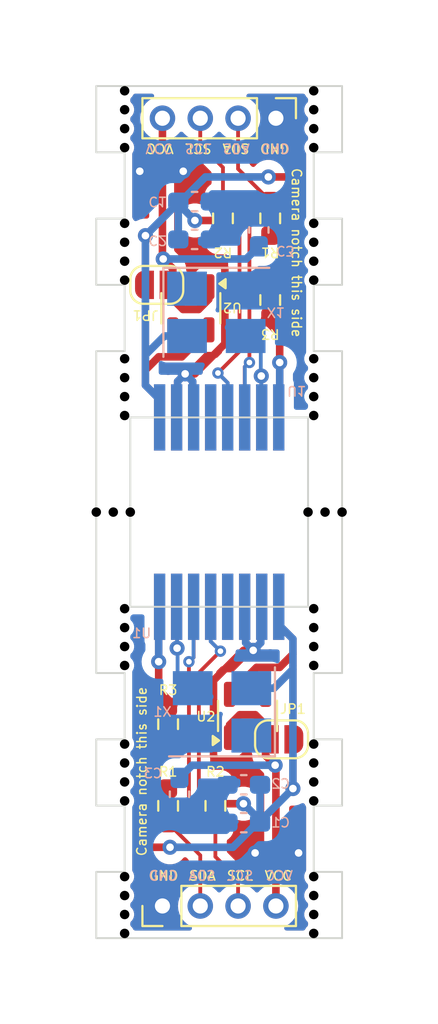
<source format=kicad_pcb>
(kicad_pcb (version 20240108) (generator "pcbnew") (generator_version "8.0")
  (layers (0 "F.Cu" signal) (31 "B.Cu" signal) (34 "B.Paste" user) (35 "F.Paste" user) (36 "B.SilkS" user "B.Silkscreen") (37 "F.SilkS" user "F.Silkscreen") (38 "B.Mask" user) (39 "F.Mask" user) (44 "Edge.Cuts" user))
  (net 0 "")
  (net 1 "Board_0-+3.3V")
  (net 2 "Board_0-/CLK")
  (net 3 "Board_0-/SCL")
  (net 4 "Board_0-/SDA")
  (net 5 "Board_0-GND")
  (net 6 "Board_0-Net-(U1-RESET)")
  (net 7 "Board_0-VCC")
  (net 8 "Board_0-unconnected-(U1-NC-Pad4)")
  (net 9 "Board_0-unconnected-(U1-NC-Pad4)_1")
  (net 10 "Board_0-unconnected-(U2-NC-Pad4)")
  (net 11 "Board_0-unconnected-(X1-~{ST}-Pad1)")
  (net 12 "Board_1-+3.3V")
  (net 13 "Board_1-/CLK")
  (net 14 "Board_1-/SCL")
  (net 15 "Board_1-/SDA")
  (net 16 "Board_1-GND")
  (net 17 "Board_1-Net-(U1-RESET)")
  (net 18 "Board_1-VCC")
  (net 19 "Board_1-unconnected-(U1-NC-Pad4)")
  (net 20 "Board_1-unconnected-(U1-NC-Pad4)_1")
  (net 21 "Board_1-unconnected-(U2-NC-Pad4)")
  (net 22 "Board_1-unconnected-(X1-~{ST}-Pad1)")
  (footprint "PCM_kikit:NPTH" (layer "F.Cu") (at 153.5 21.25 180)
    (property "Reference" "REF**" (hide yes))
    (property "Value" "NPTH" (hide yes))
  )
  (footprint "PCM_kikit:NPTH" (layer "F.Cu") (at 143.5 23.25 180)
    (property "Reference" "REF**" (hide yes))
    (property "Value" "NPTH" (hide yes))
  )
  (footprint "PCM_kikit:NPTH" (layer "F.Cu") (at 143.5 27.25 180)
    (property "Reference" "REF**" (hide yes))
    (property "Value" "NPTH" (hide yes))
  )
  (footprint "Package_TO_SOT_SMD:SOT-23-5" (layer "F.Cu") (at 150 53.2625 90)
    (property "Reference" "U2")
    (property "Value" "AP2112-3.3V")
  )
  (footprint "PCM_kikit:NPTH" (layer "F.Cu") (at 153.5 35.4 180)
    (property "Reference" "REF**" (hide yes))
    (property "Value" "NPTH" (hide yes))
  )
  (footprint "PCM_kikit:NPTH" (layer "F.Cu") (at 143.5 47.6)
    (property "Reference" "REF**" (hide yes))
    (property "Value" "NPTH" (hide yes))
  )
  (footprint "PCM_kikit:NPTH" (layer "F.Cu") (at 153.5 20.25 180)
    (property "Reference" "REF**" (hide yes))
    (property "Value" "NPTH" (hide yes))
  )
  (footprint "PCM_kikit:NPTH" (layer "F.Cu") (at 153.5 64.75)
    (property "Reference" "REF**" (hide yes))
    (property "Value" "NPTH" (hide yes))
  )
  (footprint "PCM_kikit:NPTH" (layer "F.Cu") (at 143.5 49.6)
    (property "Reference" "REF**" (hide yes))
    (property "Value" "NPTH" (hide yes))
  )
  (footprint "PCM_kikit:NPTH" (layer "F.Cu") (at 143.5 54.75)
    (property "Reference" "REF**" (hide yes))
    (property "Value" "NPTH" (hide yes))
  )
  (footprint "PCM_kikit:NPTH" (layer "F.Cu") (at 153.5 56.75)
    (property "Reference" "REF**" (hide yes))
    (property "Value" "NPTH" (hide yes))
  )
  (footprint "PCM_kikit:NPTH" (layer "F.Cu") (at 153.5 37.4 180)
    (property "Reference" "REF**" (hide yes))
    (property "Value" "NPTH" (hide yes))
  )
  (footprint "Resistor_SMD:R_0603_1608Metric_Pad0.98x0.95mm_HandSolder" (layer "F.Cu") (at 151.2 26.9875 90)
    (property "Reference" "R1")
    (property "Value" "2.7K")
  )
  (footprint "PCM_kikit:NPTH" (layer "F.Cu") (at 153.5 22.25 180)
    (property "Reference" "REF**" (hide yes))
    (property "Value" "NPTH" (hide yes))
  )
  (footprint "Resistor_SMD:R_0603_1608Metric_Pad0.98x0.95mm_HandSolder" (layer "F.Cu") (at 148.7 26.9875 -90)
    (property "Reference" "R2")
    (property "Value" "2.7K")
  )
  (footprint "Jumper:SolderJumper-2_P1.3mm_Open_RoundedPad1.0x1.5mm" (layer "F.Cu") (at 145.2 30.5 180)
    (property "Reference" "JP1")
    (property "Value" "SolderJumper_2_Open")
  )
  (footprint "NPTH" (layer "F.Cu") (at 143.8 42.5)
    (property "Reference" "KiKit_MB_1_1" (hide yes))
    (property "Value" "NPTH" (hide yes))
  )
  (footprint "Connector_PinHeader_2.00mm:PinHeader_1x04_P2.00mm_Vertical" (layer "F.Cu") (at 145.5 63.3 90)
    (property "Reference" "J1" (hide yes))
    (property "Value" "Conn_01x04_Pin")
  )
  (footprint "PCM_kikit:NPTH" (layer "F.Cu") (at 153.5 27.25 180)
    (property "Reference" "REF**" (hide yes))
    (property "Value" "NPTH" (hide yes))
  )
  (footprint "PCM_kikit:NPTH" (layer "F.Cu") (at 143.5 62.75)
    (property "Reference" "REF**" (hide yes))
    (property "Value" "NPTH" (hide yes))
  )
  (footprint "PCM_kikit:NPTH" (layer "F.Cu") (at 153.5 23.25 180)
    (property "Reference" "REF**" (hide yes))
    (property "Value" "NPTH" (hide yes))
  )
  (footprint "PCM_kikit:NPTH" (layer "F.Cu") (at 153.5 49.6)
    (property "Reference" "REF**" (hide yes))
    (property "Value" "NPTH" (hide yes))
  )
  (footprint "PCM_kikit:NPTH" (layer "F.Cu") (at 153.5 62.75)
    (property "Reference" "REF**" (hide yes))
    (property "Value" "NPTH" (hide yes))
  )
  (footprint "PCM_kikit:NPTH" (layer "F.Cu") (at 143.5 55.75)
    (property "Reference" "REF**" (hide yes))
    (property "Value" "NPTH" (hide yes))
  )
  (footprint "Jumper:SolderJumper-2_P1.3mm_Open_RoundedPad1.0x1.5mm" (layer "F.Cu") (at 151.8 54.5)
    (property "Reference" "JP1")
    (property "Value" "SolderJumper_2_Open")
  )
  (footprint "PCM_kikit:NPTH" (layer "F.Cu") (at 143.5 34.4 180)
    (property "Reference" "REF**" (hide yes))
    (property "Value" "NPTH" (hide yes))
  )
  (footprint "PCM_kikit:NPTH" (layer "F.Cu") (at 153.5 36.4 180)
    (property "Reference" "REF**" (hide yes))
    (property "Value" "NPTH" (hide yes))
  )
  (footprint "PCM_kikit:NPTH" (layer "F.Cu") (at 153.5 29.25 180)
    (property "Reference" "REF**" (hide yes))
    (property "Value" "NPTH" (hide yes))
  )
  (footprint "PCM_kikit:NPTH" (layer "F.Cu") (at 143.5 30.25 180)
    (property "Reference" "REF**" (hide yes))
    (property "Value" "NPTH" (hide yes))
  )
  (footprint "PCM_kikit:NPTH" (layer "F.Cu") (at 143.5 28.25 180)
    (property "Reference" "REF**" (hide yes))
    (property "Value" "NPTH" (hide yes))
  )
  (footprint "Resistor_SMD:R_0603_1608Metric_Pad0.98x0.95mm_HandSolder" (layer "F.Cu") (at 151.2 31.3 -90)
    (property "Reference" "R3")
    (property "Value" "33K")
  )
  (footprint "PCM_kikit:NPTH" (layer "F.Cu") (at 153.5 28.25 180)
    (property "Reference" "REF**" (hide yes))
    (property "Value" "NPTH" (hide yes))
  )
  (footprint "Connector_PinHeader_2.00mm:PinHeader_1x04_P2.00mm_Vertical" (layer "F.Cu") (at 151.5 21.7 -90)
    (property "Reference" "J1" (hide yes))
    (property "Value" "Conn_01x04_Pin")
  )
  (footprint "PCM_kikit:NPTH" (layer "F.Cu") (at 153.5 34.4 180)
    (property "Reference" "REF**" (hide yes))
    (property "Value" "NPTH" (hide yes))
  )
  (footprint "NPTH" (layer "F.Cu") (at 155 42.5)
    (property "Reference" "KiKit_MB_2_3" (hide yes))
    (property "Value" "NPTH" (hide yes))
  )
  (footprint "PCM_kikit:NPTH" (layer "F.Cu") (at 153.5 47.6)
    (property "Reference" "REF**" (hide yes))
    (property "Value" "NPTH" (hide yes))
  )
  (footprint "PCM_kikit:NPTH" (layer "F.Cu") (at 153.5 54.75)
    (property "Reference" "REF**" (hide yes))
    (property "Value" "NPTH" (hide yes))
  )
  (footprint "Package_TO_SOT_SMD:SOT-23-5" (layer "F.Cu") (at 147 31.7375 -90)
    (property "Reference" "U2")
    (property "Value" "AP2112-3.3V")
  )
  (footprint "PCM_kikit:NPTH" (layer "F.Cu") (at 143.5 48.6)
    (property "Reference" "REF**" (hide yes))
    (property "Value" "NPTH" (hide yes))
  )
  (footprint "PCM_kikit:NPTH" (layer "F.Cu") (at 143.5 50.6)
    (property "Reference" "REF**" (hide yes))
    (property "Value" "NPTH" (hide yes))
  )
  (footprint "PCM_kikit:NPTH" (layer "F.Cu") (at 143.5 37.4 180)
    (property "Reference" "REF**" (hide yes))
    (property "Value" "NPTH" (hide yes))
  )
  (footprint "NPTH" (layer "F.Cu") (at 154.1 42.5)
    (property "Reference" "KiKit_MB_2_2" (hide yes))
    (property "Value" "NPTH" (hide yes))
  )
  (footprint "PCM_kikit:NPTH" (layer "F.Cu") (at 143.5 36.4 180)
    (property "Reference" "REF**" (hide yes))
    (property "Value" "NPTH" (hide yes))
  )
  (footprint "PCM_kikit:NPTH" (layer "F.Cu") (at 143.5 57.75)
    (property "Reference" "REF**" (hide yes))
    (property "Value" "NPTH" (hide yes))
  )
  (footprint "PCM_kikit:NPTH" (layer "F.Cu") (at 143.5 21.25 180)
    (property "Reference" "REF**" (hide yes))
    (property "Value" "NPTH" (hide yes))
  )
  (footprint "PCM_kikit:NPTH" (layer "F.Cu") (at 143.5 35.4 180)
    (property "Reference" "REF**" (hide yes))
    (property "Value" "NPTH" (hide yes))
  )
  (footprint "PCM_kikit:NPTH" (layer "F.Cu") (at 143.5 64.75)
    (property "Reference" "REF**" (hide yes))
    (property "Value" "NPTH" (hide yes))
  )
  (footprint "NPTH" (layer "F.Cu") (at 142.9 42.5)
    (property "Reference" "KiKit_MB_1_2" (hide yes))
    (property "Value" "NPTH" (hide yes))
  )
  (footprint "NPTH" (layer "F.Cu") (at 153.2 42.5)
    (property "Reference" "KiKit_MB_2_1" (hide yes))
    (property "Value" "NPTH" (hide yes))
  )
  (footprint "NPTH" (layer "F.Cu") (at 142 42.5)
    (property "Reference" "KiKit_MB_1_3" (hide yes))
    (property "Value" "NPTH" (hide yes))
  )
  (footprint "PCM_kikit:NPTH" (layer "F.Cu") (at 153.5 30.25 180)
    (property "Reference" "REF**" (hide yes))
    (property "Value" "NPTH" (hide yes))
  )
  (footprint "PCM_kikit:NPTH" (layer "F.Cu") (at 153.5 57.75)
    (property "Reference" "REF**" (hide yes))
    (property "Value" "NPTH" (hide yes))
  )
  (footprint "PCM_kikit:NPTH" (layer "F.Cu") (at 143.5 20.25 180)
    (property "Reference" "REF**" (hide yes))
    (property "Value" "NPTH" (hide yes))
  )
  (footprint "PCM_kikit:NPTH" (layer "F.Cu") (at 153.5 50.6)
    (property "Reference" "REF**" (hide yes))
    (property "Value" "NPTH" (hide yes))
  )
  (footprint "PCM_kikit:NPTH" (layer "F.Cu") (at 143.5 63.75)
    (property "Reference" "REF**" (hide yes))
    (property "Value" "NPTH" (hide yes))
  )
  (footprint "PCM_kikit:NPTH" (layer "F.Cu") (at 143.5 29.25 180)
    (property "Reference" "REF**" (hide yes))
    (property "Value" "NPTH" (hide yes))
  )
  (footprint "PCM_kikit:NPTH" (layer "F.Cu") (at 143.5 22.25 180)
    (property "Reference" "REF**" (hide yes))
    (property "Value" "NPTH" (hide yes))
  )
  (footprint "PCM_kikit:NPTH" (layer "F.Cu") (at 153.5 48.6)
    (property "Reference" "REF**" (hide yes))
    (property "Value" "NPTH" (hide yes))
  )
  (footprint "PCM_kikit:NPTH" (layer "F.Cu") (at 153.5 63.75)
    (property "Reference" "REF**" (hide yes))
    (property "Value" "NPTH" (hide yes))
  )
  (footprint "PCM_kikit:NPTH" (layer "F.Cu") (at 153.5 55.75)
    (property "Reference" "REF**" (hide yes))
    (property "Value" "NPTH" (hide yes))
  )
  (footprint "Resistor_SMD:R_0603_1608Metric_Pad0.98x0.95mm_HandSolder" (layer "F.Cu") (at 145.8 58.0125 -90)
    (property "Reference" "R1")
    (property "Value" "2.7K")
  )
  (footprint "PCM_kikit:NPTH" (layer "F.Cu") (at 153.5 61.75)
    (property "Reference" "REF**" (hide yes))
    (property "Value" "NPTH" (hide yes))
  )
  (footprint "PCM_kikit:NPTH" (layer "F.Cu") (at 143.5 61.75)
    (property "Reference" "REF**" (hide yes))
    (property "Value" "NPTH" (hide yes))
  )
  (footprint "PCM_kikit:NPTH" (layer "F.Cu") (at 143.5 56.75)
    (property "Reference" "REF**" (hide yes))
    (property "Value" "NPTH" (hide yes))
  )
  (footprint "Resistor_SMD:R_0603_1608Metric_Pad0.98x0.95mm_HandSolder" (layer "F.Cu") (at 148.3 58.0125 90)
    (property "Reference" "R2")
    (property "Value" "2.7K")
  )
  (footprint "Resistor_SMD:R_0603_1608Metric_Pad0.98x0.95mm_HandSolder" (layer "F.Cu") (at 145.8 53.7 90)
    (property "Reference" "R3")
    (property "Value" "33K")
  )
  (footprint "GUN4IR:wiimote-pixart-camera-inline_slim_nocuts" (layer "B.Cu") (at 148.5 40)
    (property "Reference" "U1")
    (property "Value" "~")
  )
  (footprint "Capacitor_SMD:C_0603_1608Metric_Pad1.08x0.95mm_HandSolder" (layer "B.Cu") (at 147.2 26.1)
    (property "Reference" "C1")
    (property "Value" "0.1uF")
  )
  (footprint "Capacitor_SMD:C_0603_1608Metric_Pad1.08x0.95mm_HandSolder" (layer "B.Cu") (at 150.6 27.6 90)
    (property "Reference" "C3")
    (property "Value" "1uF")
  )
  (footprint "Oscillator:Oscillator_SMD_SeikoEpson_SG8002CE-4Pin_3.2x2.5mm_HandSoldering" (layer "B.Cu") (at 148.35 31.95)
    (property "Reference" "X1")
    (property "Value" "SG3225CAN 24.0000M-TJGA3")
  )
  (footprint "Capacitor_SMD:C_0603_1608Metric_Pad1.08x0.95mm_HandSolder" (layer "B.Cu") (at 149.8 58.9 180)
    (property "Reference" "C1")
    (property "Value" "0.1uF")
  )
  (footprint "Capacitor_SMD:C_0603_1608Metric_Pad1.08x0.95mm_HandSolder" (layer "B.Cu") (at 149.8 56.9 180)
    (property "Reference" "C2")
    (property "Value" "1uF")
  )
  (footprint "GUN4IR:wiimote-pixart-camera-inline_slim_nocuts" (layer "B.Cu") (at 148.5 45 180)
    (property "Reference" "U1")
    (property "Value" "~")
  )
  (footprint "Capacitor_SMD:C_0603_1608Metric_Pad1.08x0.95mm_HandSolder" (layer "B.Cu") (at 146.4 57.4 -90)
    (property "Reference" "C3")
    (property "Value" "1uF")
  )
  (footprint "Capacitor_SMD:C_0603_1608Metric_Pad1.08x0.95mm_HandSolder" (layer "B.Cu") (at 147.2 28.1)
    (property "Reference" "C2")
    (property "Value" "1uF")
  )
  (footprint "Oscillator:Oscillator_SMD_SeikoEpson_SG8002CE-4Pin_3.2x2.5mm_HandSoldering" (layer "B.Cu") (at 148.65 53.05 180)
    (property "Reference" "X1")
    (property "Value" "SG3225CAN 24.0000M-TJGA3")
  )
  (gr_line (start 142 51) (end 143.5 51) (stroke (width 0.1)) (layer "Edge.Cuts"))
  (gr_line (start 155 42.4995) (end 155 34) (stroke (width 0.1)) (layer "Edge.Cuts"))
  (gr_line (start 142 58) (end 143.5 58) (stroke (width 0.1)) (layer "Edge.Cuts"))
  (gr_line (start 143.8 42.5015) (end 143.8 42.5) (stroke (width 0.1)) (layer "Edge.Cuts"))
  (gr_line (start 143.5 51) (end 143.5 54.5) (stroke (width 0.1)) (layer "Edge.Cuts"))
  (gr_line (start 142 61.5) (end 142 65) (stroke (width 0.1)) (layer "Edge.Cuts"))
  (gr_line (start 153.2 37.5) (end 153.2 42.4995) (stroke (width 0.1)) (layer "Edge.Cuts"))
  (gr_line (start 153.5 54.5) (end 153.5 51) (stroke (width 0.1)) (layer "Edge.Cuts"))
  (gr_line (start 143.5 23.5) (end 143.5 27) (stroke (width 0.1)) (layer "Edge.Cuts"))
  (gr_line (start 143.5 27) (end 142 27) (stroke (width 0.1)) (layer "Edge.Cuts"))
  (gr_line (start 155 65) (end 155 61.5) (stroke (width 0.1)) (layer "Edge.Cuts"))
  (gr_line (start 142 65) (end 155 65) (stroke (width 0.1)) (layer "Edge.Cuts"))
  (gr_line (start 153.5 27) (end 153.5 23.5) (stroke (width 0.1)) (layer "Edge.Cuts"))
  (gr_line (start 143.5 61.5) (end 142 61.5) (stroke (width 0.1)) (layer "Edge.Cuts"))
  (gr_line (start 155 51) (end 155 42.501) (stroke (width 0.1)) (layer "Edge.Cuts"))
  (gr_line (start 155 58) (end 155 54.5) (stroke (width 0.1)) (layer "Edge.Cuts"))
  (gr_line (start 153.5 23.5) (end 155 23.5) (stroke (width 0.1)) (layer "Edge.Cuts"))
  (gr_line (start 142 23.5) (end 143.5 23.5) (stroke (width 0.1)) (layer "Edge.Cuts"))
  (gr_line (start 155 23.5) (end 155 20) (stroke (width 0.1)) (layer "Edge.Cuts"))
  (gr_line (start 155 20) (end 142 20) (stroke (width 0.1)) (layer "Edge.Cuts"))
  (gr_line (start 143.5 34) (end 142 34) (stroke (width 0.1)) (layer "Edge.Cuts"))
  (gr_line (start 143.5 30.5) (end 143.5 34) (stroke (width 0.1)) (layer "Edge.Cuts"))
  (gr_line (start 142 42.5015) (end 142 51) (stroke (width 0.1)) (layer "Edge.Cuts"))
  (gr_line (start 143.5 54.5) (end 142 54.5) (stroke (width 0.1)) (layer "Edge.Cuts"))
  (gr_line (start 155 27) (end 153.5 27) (stroke (width 0.1)) (layer "Edge.Cuts"))
  (gr_line (start 155 30.5) (end 155 27) (stroke (width 0.1)) (layer "Edge.Cuts"))
  (gr_line (start 155 54.5) (end 153.5 54.5) (stroke (width 0.1)) (layer "Edge.Cuts"))
  (gr_line (start 142 20) (end 142 23.5) (stroke (width 0.1)) (layer "Edge.Cuts"))
  (gr_line (start 143.8 42.499) (end 143.8 37.5) (stroke (width 0.1)) (layer "Edge.Cuts"))
  (gr_line (start 142 42.5) (end 142 42.5015) (stroke (width 0.1)) (layer "Edge.Cuts"))
  (gr_line (start 153.5 34) (end 153.5 30.5) (stroke (width 0.1)) (layer "Edge.Cuts"))
  (gr_line (start 143.8 47.5) (end 143.8 42.5015) (stroke (width 0.1)) (layer "Edge.Cuts"))
  (gr_line (start 155 34) (end 153.5 34) (stroke (width 0.1)) (layer "Edge.Cuts"))
  (gr_line (start 142 34) (end 142 42.499) (stroke (width 0.1)) (layer "Edge.Cuts"))
  (gr_line (start 142 27) (end 142 30.5) (stroke (width 0.1)) (layer "Edge.Cuts"))
  (gr_line (start 153.5 61.5) (end 153.5 58) (stroke (width 0.1)) (layer "Edge.Cuts"))
  (gr_line (start 143.5 58) (end 143.5 61.5) (stroke (width 0.1)) (layer "Edge.Cuts"))
  (gr_line (start 143.8 37.5) (end 153.2 37.5) (stroke (width 0.1)) (layer "Edge.Cuts"))
  (gr_line (start 155 61.5) (end 153.5 61.5) (stroke (width 0.1)) (layer "Edge.Cuts"))
  (gr_line (start 153.5 30.5) (end 155 30.5) (stroke (width 0.1)) (layer "Edge.Cuts"))
  (gr_line (start 142 54.5) (end 142 58) (stroke (width 0.1)) (layer "Edge.Cuts"))
  (gr_line (start 153.5 58) (end 155 58) (stroke (width 0.1)) (layer "Edge.Cuts"))
  (gr_line (start 153.5 51) (end 155 51) (stroke (width 0.1)) (layer "Edge.Cuts"))
  (gr_line (start 153.2 42.501) (end 153.2 47.5) (stroke (width 0.1)) (layer "Edge.Cuts"))
  (gr_line (start 142 30.5) (end 143.5 30.5) (stroke (width 0.1)) (layer "Edge.Cuts"))
  (gr_line (start 153.2 47.5) (end 143.8 47.5) (stroke (width 0.1)) (layer "Edge.Cuts"))
  (gr_text "GND" (at 150.654762 23 180) (layer "B.SilkS") (effects (font (size 0.5 0.5) (thickness 0.08)) (justify left bottom mirror)))
  (gr_text "GND" (at 146.345238 62 0) (layer "B.SilkS") (effects (font (size 0.5 0.5) (thickness 0.08)) (justify left bottom mirror)))
  (gr_text "SDA" (at 148.654762 23 180) (layer "B.SilkS") (effects (font (size 0.5 0.5) (thickness 0.08)) (justify left bottom mirror)))
  (gr_text "SCL" (at 150.345238 62 0) (layer "B.SilkS") (effects (font (size 0.5 0.5) (thickness 0.08)) (justify left bottom mirror)))
  (gr_text "SDA" (at 148.345238 62 0) (layer "B.SilkS") (effects (font (size 0.5 0.5) (thickness 0.08)) (justify left bottom mirror)))
  (gr_text "VCC" (at 152.445238 62 0) (layer "B.SilkS") (effects (font (size 0.5 0.5) (thickness 0.08)) (justify left bottom mirror)))
  (gr_text "SCL" (at 146.654762 23 180) (layer "B.SilkS") (effects (font (size 0.5 0.5) (thickness 0.08)) (justify left bottom mirror)))
  (gr_text "VCC" (at 144.554762 23 180) (layer "B.SilkS") (effects (font (size 0.5 0.5) (thickness 0.08)) (justify left bottom mirror)))
  (gr_text "SDA" (at 146.858096 62 0) (layer "F.SilkS") (effects (font (size 0.5 0.5) (thickness 0.08)) (justify left bottom)))
  (gr_text "VCC" (at 150.858096 62 0) (layer "F.SilkS") (effects (font (size 0.5 0.5) (thickness 0.08)) (justify left bottom)))
  (gr_text "GND" (at 152.241904 23 180) (layer "F.SilkS") (effects (font (size 0.5 0.5) (thickness 0.08)) (justify left bottom)))
  (gr_text "GND" (at 144.758096 62 0) (layer "F.SilkS") (effects (font (size 0.5 0.5) (thickness 0.08)) (justify left bottom)))
  (gr_text "VCC" (at 146.141904 23 180) (layer "F.SilkS") (effects (font (size 0.5 0.5) (thickness 0.08)) (justify left bottom)))
  (gr_text "Camera notch this side" (at 152.3 28.8 -90) (layer "F.SilkS") (effects (font (size 0.5 0.5) (thickness 0.08)) (justify bottom)))
  (gr_text "SCL" (at 148.141904 23 180) (layer "F.SilkS") (effects (font (size 0.5 0.5) (thickness 0.08)) (justify left bottom)))
  (gr_text "Camera notch this side" (at 144.7 56.2 90) (layer "F.SilkS") (effects (font (size 0.5 0.5) (thickness 0.08)) (justify bottom)))
  (gr_text "SCL" (at 148.858096 62 0) (layer "F.SilkS") (effects (font (size 0.5 0.5) (thickness 0.08)) (justify left bottom)))
  (gr_text "SDA" (at 150.141904 23 180) (layer "F.SilkS") (effects (font (size 0.5 0.5) (thickness 0.08)) (justify left bottom)))
  (segment (start 144.6 27.9) (end 144.6 35) (width 0.4) (layer "F.Cu") (net 1))
  (segment (start 144.6 35) (end 144.6 35.1) (width 0.4) (layer "F.Cu") (net 1))
  (segment (start 152.6 25.2) (end 152.2 24.8) (width 0.4) (layer "F.Cu") (net 1))
  (segment (start 152.6 28.9) (end 152.6 27) (width 0.4) (layer "F.Cu") (net 1))
  (segment (start 147.95 32.875) (end 146.525 34.3) (width 0.4) (layer "F.Cu") (net 1))
  (segment (start 148.7 27.4) (end 148.4 27.1) (width 0.4) (layer "F.Cu") (net 1))
  (segment (start 151.2 27.9) (end 151.7 27.9) (width 0.4) (layer "F.Cu") (net 1))
  (segment (start 146.525 34.3) (end 145.3 34.3) (width 0.4) (layer "F.Cu") (net 1))
  (segment (start 152.6 25.2) (end 152.6 27) (width 0.4) (layer "F.Cu") (net 1))
  (segment (start 148.4 27.1) (end 147.216207 27.1) (width 0.4) (layer "F.Cu") (net 1))
  (segment (start 147.216207 27.1) (end 147.216206 27.100001) (width 0.4) (layer "F.Cu") (net 1))
  (segment (start 151.7 27.9) (end 152.6 27) (width 0.4) (layer "F.Cu") (net 1))
  (segment (start 148.7 27.9) (end 148.7 27.4) (width 0.4) (layer "F.Cu") (net 1))
  (segment (start 152.6 28.9) (end 151.2 30.3) (width 0.4) (layer "F.Cu") (net 1))
  (segment (start 144.6 35.8) (end 145.35 36.55) (width 0.4) (layer "F.Cu") (net 1))
  (segment (start 145.3 34.3) (end 144.6 35) (width 0.4) (layer "F.Cu") (net 1))
  (segment (start 144.6 35.1) (end 144.6 35.8) (width 0.4) (layer "F.Cu") (net 1))
  (segment (start 152.2 24.8) (end 151.1 24.8) (width 0.4) (layer "F.Cu") (net 1))
  (via (at 151.1 24.8) (size 0.8) (drill 0.4) (layers "F.Cu" "B.Cu") (net 1))
  (via (at 147.216206 27.100001) (size 0.8) (drill 0.4) (layers "F.Cu" "B.Cu") (net 1))
  (via (at 144.6 27.9) (size 0.8) (drill 0.4) (layers "F.Cu" "B.Cu") (net 1))
  (segment (start 144.6 34.4) (end 144.6 35.8) (width 0.4) (layer "B.Cu") (net 1))
  (segment (start 146.8 33.2) (end 145.6 33.2) (width 0.4) (layer "B.Cu") (net 1))
  (segment (start 146.3375 28.1) (end 146.3375 26.6) (width 0.4) (layer "B.Cu") (net 1))
  (segment (start 146.3375 26.235293) (end 146.3375 26.6) (width 0.4) (layer "B.Cu") (net 1))
  (segment (start 151.1 24.8) (end 147.772793 24.8) (width 0.4) (layer "B.Cu") (net 1))
  (segment (start 146.3375 26.1625) (end 144.6 27.9) (width 0.4) (layer "B.Cu") (net 1))
  (segment (start 144.6 35.8) (end 145.35 36.55) (width 0.4) (layer "B.Cu") (net 1))
  (segment (start 145.6 33.2) (end 144.6 34.2) (width 0.4) (layer "B.Cu") (net 1))
  (segment (start 147.772793 24.8) (end 146.472793 26.1) (width 0.4) (layer "B.Cu") (net 1))
  (segment (start 146.3375 26.221295) (end 147.216206 27.100001) (width 0.4) (layer "B.Cu") (net 1))
  (segment (start 144.6 34.2) (end 144.6 34.4) (width 0.4) (layer "B.Cu") (net 1))
  (segment (start 144.6 27.9) (end 144.6 34.2) (width 0.4) (layer "B.Cu") (net 1))
  (segment (start 150.726099 35.31305) (end 150.726099 37) (width 0.2) (layer "F.Cu") (net 2))
  (via (at 150.726099 35.31305) (size 0.8) (drill 0.4) (layers "F.Cu" "B.Cu") (net 2))
  (segment (start 149 32.75) (end 149.15 32.75) (width 0.4) (layer "B.Cu") (net 2))
  (segment (start 150.7 34) (end 150.7 35.286951) (width 0.2) (layer "B.Cu") (net 2))
  (segment (start 150.7 35.286951) (end 150.726099 35.31305) (width 0.2) (layer "B.Cu") (net 2))
  (segment (start 149.25 32.75) (end 149 32.75) (width 0.4) (layer "B.Cu") (net 2))
  (segment (start 150.726099 35.31305) (end 150.726099 36.976099) (width 0.2) (layer "B.Cu") (net 2))
  (segment (start 147.5 23.1) (end 147.5 21.7) (width 0.2) (layer "F.Cu") (net 3))
  (segment (start 148.434853 35.156029) (end 148.95 35.671176) (width 0.2) (layer "F.Cu") (net 3))
  (segment (start 148.95 35.671176) (end 148.95 37) (width 0.2) (layer "F.Cu") (net 3))
  (segment (start 149.575 27.275) (end 148.7 26.4) (width 0.2) (layer "F.Cu") (net 3))
  (segment (start 148.7 24.3) (end 148.7 26.075) (width 0.2) (layer "F.Cu") (net 3))
  (segment (start 149.575 34.015882) (end 148.434853 35.156029) (width 0.2) (layer "F.Cu") (net 3))
  (segment (start 147.5 23.1) (end 148.7 24.3) (width 0.2) (layer "F.Cu") (net 3))
  (segment (start 149.575 27.275) (end 149.575 34.015882) (width 0.2) (layer "F.Cu") (net 3))
  (via (at 148.434853 35.156029) (size 0.6) (drill 0.3) (layers "F.Cu" "B.Cu") (net 3))
  (segment (start 148.95 35.671176) (end 148.95 37) (width 0.2) (layer "B.Cu") (net 3))
  (segment (start 148.434853 35.156029) (end 148.95 35.671176) (width 0.2) (layer "B.Cu") (net 3))
  (segment (start 150.1 27.175) (end 150.1 34.575488) (width 0.2) (layer "F.Cu") (net 4))
  (segment (start 149.5 24.375) (end 151.2 26.075) (width 0.2) (layer "F.Cu") (net 4))
  (segment (start 149.85 37) (end 149.85 34.825488) (width 0.2) (layer "F.Cu") (net 4))
  (segment (start 150.075486 34.600002) (end 150.1 34.600002) (width 0.2) (layer "F.Cu") (net 4))
  (segment (start 149.5 24.375) (end 149.5 21.7) (width 0.2) (layer "F.Cu") (net 4))
  (segment (start 149.85 34.825488) (end 150.075486 34.600002) (width 0.2) (layer "F.Cu") (net 4))
  (segment (start 151.2 26.075) (end 150.1 27.175) (width 0.2) (layer "F.Cu") (net 4))
  (via (at 150.1 34.600002) (size 0.6) (drill 0.3) (layers "F.Cu" "B.Cu") (net 4))
  (segment (start 149.856895 34.818593) (end 149.856895 37) (width 0.2) (layer "B.Cu") (net 4))
  (segment (start 146.316206 24.983794) (end 146.316206 28.616206) (width 0.4) (layer "F.Cu") (net 5))
  (segment (start 147 29.8) (end 147 30.6) (width 0.4) (layer "F.Cu") (net 5))
  (segment (start 147.1 35.6) (end 147.1 36) (width 0.4) (layer "F.Cu") (net 5))
  (segment (start 146.7 35.2) (end 147.1 35.6) (width 0.4) (layer "F.Cu") (net 5))
  (segment (start 147.4 29.4) (end 147 29.8) (width 0.4) (layer "F.Cu") (net 5))
  (segment (start 146.7 35.2) (end 147.210894 35.2) (width 0.4) (layer "F.Cu") (net 5))
  (segment (start 148.8 29.6) (end 148.6 29.4) (width 0.4) (layer "F.Cu") (net 5))
  (segment (start 146.5 24.8) (end 146.316206 24.983794) (width 0.4) (layer "F.Cu") (net 5))
  (segment (start 146.316206 28.616206) (end 147 29.3) (width 0.4) (layer "F.Cu") (net 5))
  (segment (start 147.210894 35.2) (end 148.8 33.610894) (width 0.4) (layer "F.Cu") (net 5))
  (segment (start 147 29.3) (end 147 30.6) (width 0.4) (layer "F.Cu") (net 5))
  (segment (start 148.6 29.4) (end 147.4 29.4) (width 0.4) (layer "F.Cu") (net 5))
  (segment (start 146.7 35.2) (end 146.3 35.6) (width 0.4) (layer "F.Cu") (net 5))
  (segment (start 146.3 35.6) (end 146.3 36) (width 0.4) (layer "F.Cu") (net 5))
  (segment (start 148.8 33.610894) (end 148.8 29.6) (width 0.4) (layer "F.Cu") (net 5))
  (via (at 146.7 35.2) (size 0.8) (drill 0.4) (layers "F.Cu" "B.Cu") (net 5))
  (via (at 144.3 24.5) (size 0.8) (drill 0.4) (layers "F.Cu" "B.Cu") (net 5))
  (via (at 146.6 24.5) (size 0.8) (drill 0.4) (layers "F.Cu" "B.Cu") (net 5))
  (segment (start 146.3 35.6) (end 146.3 36) (width 0.4) (layer "B.Cu") (net 5))
  (segment (start 147.1 35.6) (end 147.1 36) (width 0.4) (layer "B.Cu") (net 5))
  (segment (start 146.7 35.2) (end 146.3 35.6) (width 0.4) (layer "B.Cu") (net 5))
  (segment (start 146.7 35.2) (end 147.1 35.6) (width 0.4) (layer "B.Cu") (net 5))
  (segment (start 151.65 33.05) (end 151.7 33.1) (width 0.4) (layer "F.Cu") (net 6))
  (segment (start 151.7 33.1) (end 151.7 34.6) (width 0.4) (layer "F.Cu") (net 6))
  (segment (start 150.9 32.3) (end 151.65 33.05) (width 0.4) (layer "F.Cu") (net 6))
  (segment (start 151.7 34.6) (end 151.7 36.9) (width 0.4) (layer "F.Cu") (net 6))
  (via (at 151.7 34.6) (size 0.8) (drill 0.4) (layers "F.Cu" "B.Cu") (net 6))
  (segment (start 151.7 34.6) (end 151.7 36.9) (width 0.4) (layer "B.Cu") (net 6))
  (segment (start 145.539633 29.132359) (end 145.5 29.092726) (width 0.4) (layer "F.Cu") (net 7))
  (segment (start 146.05 31.262499) (end 146.587501 31.8) (width 0.4) (layer "F.Cu") (net 7))
  (segment (start 146.05 30.6) (end 146.05 29.642726) (width 0.4) (layer "F.Cu") (net 7))
  (segment (start 146.05 30.6) (end 146.05 31.262499) (width 0.4) (layer "F.Cu") (net 7))
  (segment (start 147.412499 31.8) (end 147.95 31.262499) (width 0.4) (layer "F.Cu") (net 7))
  (segment (start 145.5 29.092726) (end 145.5 21.7) (width 0.4) (layer "F.Cu") (net 7))
  (segment (start 147.95 31.262499) (end 147.95 30.6) (width 0.4) (layer "F.Cu") (net 7))
  (segment (start 146.05 29.642726) (end 145.539633 29.132359) (width 0.4) (layer "F.Cu") (net 7))
  (segment (start 146.587501 31.8) (end 147.412499 31.8) (width 0.4) (layer "F.Cu") (net 7))
  (via (at 145.539633 29.132359) (size 0.8) (drill 0.4) (layers "F.Cu" "B.Cu") (net 7))
  (segment (start 145.539633 29.132359) (end 149.930141 29.132359) (width 0.4) (layer "B.Cu") (net 7))
  (segment (start 149.930141 29.132359) (end 150.6 28.4625) (width 0.4) (layer "B.Cu") (net 7))
  (segment (start 145.8 57.1) (end 145.3 57.1) (width 0.4) (layer "F.Cu") (net 12))
  (segment (start 148.3 57.1) (end 148.3 57.6) (width 0.4) (layer "F.Cu") (net 12))
  (segment (start 145.3 57.1) (end 144.4 58) (width 0.4) (layer "F.Cu") (net 12))
  (segment (start 152.4 49.2) (end 151.65 48.45) (width 0.4) (layer "F.Cu") (net 12))
  (segment (start 152.4 50) (end 152.4 49.9) (width 0.4) (layer "F.Cu") (net 12))
  (segment (start 148.3 57.6) (end 148.6 57.9) (width 0.4) (layer "F.Cu") (net 12))
  (segment (start 149.05 52.125) (end 150.475 50.7) (width 0.4) (layer "F.Cu") (net 12))
  (segment (start 144.4 56.1) (end 144.4 58) (width 0.4) (layer "F.Cu") (net 12))
  (segment (start 150.475 50.7) (end 151.7 50.7) (width 0.4) (layer "F.Cu") (net 12))
  (segment (start 149.783793 57.9) (end 149.783794 57.899999) (width 0.4) (layer "F.Cu") (net 12))
  (segment (start 152.4 57.1) (end 152.4 50) (width 0.4) (layer "F.Cu") (net 12))
  (segment (start 152.4 49.9) (end 152.4 49.2) (width 0.4) (layer "F.Cu") (net 12))
  (segment (start 144.4 56.1) (end 145.8 54.7) (width 0.4) (layer "F.Cu") (net 12))
  (segment (start 144.8 60.2) (end 145.9 60.2) (width 0.4) (layer "F.Cu") (net 12))
  (segment (start 151.7 50.7) (end 152.4 50) (width 0.4) (layer "F.Cu") (net 12))
  (segment (start 144.4 59.8) (end 144.8 60.2) (width 0.4) (layer "F.Cu") (net 12))
  (segment (start 148.6 57.9) (end 149.783793 57.9) (width 0.4) (layer "F.Cu") (net 12))
  (segment (start 144.4 59.8) (end 144.4 58) (width 0.4) (layer "F.Cu") (net 12))
  (via (at 149.783794 57.899999) (size 0.8) (drill 0.4) (layers "F.Cu" "B.Cu") (net 12))
  (via (at 152.4 57.1) (size 0.8) (drill 0.4) (layers "F.Cu" "B.Cu") (net 12))
  (via (at 145.9 60.2) (size 0.8) (drill 0.4) (layers "F.Cu" "B.Cu") (net 12))
  (segment (start 152.4 50.8) (end 152.4 50.6) (width 0.4) (layer "B.Cu") (net 12))
  (segment (start 152.4 49.2) (end 151.65 48.45) (width 0.4) (layer "B.Cu") (net 12))
  (segment (start 151.4 51.8) (end 152.4 50.8) (width 0.4) (layer "B.Cu") (net 12))
  (segment (start 152.4 57.1) (end 152.4 50.8) (width 0.4) (layer "B.Cu") (net 12))
  (segment (start 150.2 51.8) (end 151.4 51.8) (width 0.4) (layer "B.Cu") (net 12))
  (segment (start 145.9 60.2) (end 149.227207 60.2) (width 0.4) (layer "B.Cu") (net 12))
  (segment (start 150.6625 56.9) (end 150.6625 58.4) (width 0.4) (layer "B.Cu") (net 12))
  (segment (start 150.6625 58.764707) (end 150.6625 58.4) (width 0.4) (layer "B.Cu") (net 12))
  (segment (start 150.6625 58.778705) (end 149.783794 57.899999) (width 0.4) (layer "B.Cu") (net 12))
  (segment (start 149.227207 60.2) (end 150.527207 58.9) (width 0.4) (layer "B.Cu") (net 12))
  (segment (start 150.6625 58.8375) (end 152.4 57.1) (width 0.4) (layer "B.Cu") (net 12))
  (segment (start 152.4 50.6) (end 152.4 49.2) (width 0.4) (layer "B.Cu") (net 12))
  (segment (start 146.273901 49.68695) (end 146.273901 48) (width 0.2) (layer "F.Cu") (net 13))
  (via (at 146.273901 49.68695) (size 0.8) (drill 0.4) (layers "F.Cu" "B.Cu") (net 13))
  (segment (start 147.75 52.25) (end 148 52.25) (width 0.4) (layer "B.Cu") (net 13))
  (segment (start 148 52.25) (end 147.85 52.25) (width 0.4) (layer "B.Cu") (net 13))
  (segment (start 146.3 49.713049) (end 146.273901 49.68695) (width 0.2) (layer "B.Cu") (net 13))
  (segment (start 146.3 51) (end 146.3 49.713049) (width 0.2) (layer "B.Cu") (net 13))
  (segment (start 146.273901 49.68695) (end 146.273901 48.023901) (width 0.2) (layer "B.Cu") (net 13))
  (segment (start 149.5 61.9) (end 149.5 63.3) (width 0.2) (layer "F.Cu") (net 14))
  (segment (start 147.425 57.725) (end 148.3 58.6) (width 0.2) (layer "F.Cu") (net 14))
  (segment (start 148.3 60.7) (end 148.3 58.925) (width 0.2) (layer "F.Cu") (net 14))
  (segment (start 148.05 49.328824) (end 148.05 48) (width 0.2) (layer "F.Cu") (net 14))
  (segment (start 149.5 61.9) (end 148.3 60.7) (width 0.2) (layer "F.Cu") (net 14))
  (segment (start 147.425 50.984118) (end 148.565147 49.843971) (width 0.2) (layer "F.Cu") (net 14))
  (segment (start 148.565147 49.843971) (end 148.05 49.328824) (width 0.2) (layer "F.Cu") (net 14))
  (segment (start 147.425 57.725) (end 147.425 50.984118) (width 0.2) (layer "F.Cu") (net 14))
  (via (at 148.565147 49.843971) (size 0.6) (drill 0.3) (layers "F.Cu" "B.Cu") (net 14))
  (segment (start 148.565147 49.843971) (end 148.05 49.328824) (width 0.2) (layer "B.Cu") (net 14))
  (segment (start 148.05 49.328824) (end 148.05 48) (width 0.2) (layer "B.Cu") (net 14))
  (segment (start 147.15 48) (end 147.15 50.174512) (width 0.2) (layer "F.Cu") (net 15))
  (segment (start 147.15 50.174512) (end 146.924514 50.399998) (width 0.2) (layer "F.Cu") (net 15))
  (segment (start 147.5 60.625) (end 145.8 58.925) (width 0.2) (layer "F.Cu") (net 15))
  (segment (start 147.5 60.625) (end 147.5 63.3) (width 0.2) (layer "F.Cu") (net 15))
  (segment (start 146.924514 50.399998) (end 146.9 50.399998) (width 0.2) (layer "F.Cu") (net 15))
  (segment (start 145.8 58.925) (end 146.9 57.825) (width 0.2) (layer "F.Cu") (net 15))
  (segment (start 146.9 57.825) (end 146.9 50.424512) (width 0.2) (layer "F.Cu") (net 15))
  (via (at 146.9 50.399998) (size 0.6) (drill 0.3) (layers "F.Cu" "B.Cu") (net 15))
  (segment (start 147.143105 50.181407) (end 147.143105 48) (width 0.2) (layer "B.Cu") (net 15))
  (segment (start 150 55.7) (end 150 54.4) (width 0.4) (layer "F.Cu") (net 16))
  (segment (start 148.4 55.6) (end 149.6 55.6) (width 0.4) (layer "F.Cu") (net 16))
  (segment (start 149.789106 49.8) (end 148.2 51.389106) (width 0.4) (layer "F.Cu") (net 16))
  (segment (start 148.2 55.4) (end 148.4 55.6) (width 0.4) (layer "F.Cu") (net 16))
  (segment (start 150.683794 56.383794) (end 150 55.7) (width 0.4) (layer "F.Cu") (net 16))
  (segment (start 150.7 49.4) (end 150.7 49) (width 0.4) (layer "F.Cu") (net 16))
  (segment (start 150.683794 60.016206) (end 150.683794 56.383794) (width 0.4) (layer "F.Cu") (net 16))
  (segment (start 149.6 55.6) (end 150 55.2) (width 0.4) (layer "F.Cu") (net 16))
  (segment (start 150.5 60.2) (end 150.683794 60.016206) (width 0.4) (layer "F.Cu") (net 16))
  (segment (start 148.2 51.389106) (end 148.2 55.4) (width 0.4) (layer "F.Cu") (net 16))
  (segment (start 150.3 49.8) (end 149.789106 49.8) (width 0.4) (layer "F.Cu") (net 16))
  (segment (start 149.9 49.4) (end 149.9 49) (width 0.4) (layer "F.Cu") (net 16))
  (segment (start 150.3 49.8) (end 149.9 49.4) (width 0.4) (layer "F.Cu") (net 16))
  (segment (start 150 55.2) (end 150 54.4) (width 0.4) (layer "F.Cu") (net 16))
  (segment (start 150.3 49.8) (end 150.7 49.4) (width 0.4) (layer "F.Cu") (net 16))
  (via (at 152.7 60.5) (size 0.8) (drill 0.4) (layers "F.Cu" "B.Cu") (net 16))
  (via (at 150.4 60.5) (size 0.8) (drill 0.4) (layers "F.Cu" "B.Cu") (net 16))
  (via (at 150.3 49.8) (size 0.8) (drill 0.4) (layers "F.Cu" "B.Cu") (net 16))
  (segment (start 150.3 49.8) (end 150.7 49.4) (width 0.4) (layer "B.Cu") (net 16))
  (segment (start 150.7 49.4) (end 150.7 49) (width 0.4) (layer "B.Cu") (net 16))
  (segment (start 150.3 49.8) (end 149.9 49.4) (width 0.4) (layer "B.Cu") (net 16))
  (segment (start 149.9 49.4) (end 149.9 49) (width 0.4) (layer "B.Cu") (net 16))
  (segment (start 145.3 51.9) (end 145.3 50.4) (width 0.4) (layer "F.Cu") (net 17))
  (segment (start 146.1 52.7) (end 145.35 51.95) (width 0.4) (layer "F.Cu") (net 17))
  (segment (start 145.35 51.95) (end 145.3 51.9) (width 0.4) (layer "F.Cu") (net 17))
  (segment (start 145.3 50.4) (end 145.3 48.1) (width 0.4) (layer "F.Cu") (net 17))
  (via (at 145.3 50.4) (size 0.8) (drill 0.4) (layers "F.Cu" "B.Cu") (net 17))
  (segment (start 145.3 50.4) (end 145.3 48.1) (width 0.4) (layer "B.Cu") (net 17))
  (segment (start 149.587501 53.2) (end 149.05 53.737501) (width 0.4) (layer "F.Cu") (net 18))
  (segment (start 151.460367 55.867641) (end 151.5 55.907274) (width 0.4) (layer "F.Cu") (net 18))
  (segment (start 150.95 54.4) (end 150.95 55.357274) (width 0.4) (layer "F.Cu") (net 18))
  (segment (start 150.412499 53.2) (end 149.587501 53.2) (width 0.4) (layer "F.Cu") (net 18))
  (segment (start 151.5 55.907274) (end 151.5 63.3) (width 0.4) (layer "F.Cu") (net 18))
  (segment (start 150.95 55.357274) (end 151.460367 55.867641) (width 0.4) (layer "F.Cu") (net 18))
  (segment (start 150.95 53.737501) (end 150.412499 53.2) (width 0.4) (layer "F.Cu") (net 18))
  (segment (start 150.95 54.4) (end 150.95 53.737501) (width 0.4) (layer "F.Cu") (net 18))
  (segment (start 149.05 53.737501) (end 149.05 54.4) (width 0.4) (layer "F.Cu") (net 18))
  (via (at 151.460367 55.867641) (size 0.8) (drill 0.4) (layers "F.Cu" "B.Cu") (net 18))
  (segment (start 147.069859 55.867641) (end 146.4 56.5375) (width 0.4) (layer "B.Cu") (net 18))
  (segment (start 151.460367 55.867641) (end 147.069859 55.867641) (width 0.4) (layer "B.Cu") (net 18))
  (zone (net 5) (net_name "Board_0-GND") (layers "F&B.Cu") (connect_pads yes (clearance 0.5)) (min_thickness 0.25) (fill yes (thermal_gap 0.5) (thermal_bridge_width 0.5))
    (polygon (pts (xy 143.8 37.3) (xy 143.8 20.3) (xy 153.2 20.3) (xy 153.2 37.3)))
  )
  (zone (net 16) (net_name "Board_1-GND") (layers "F&B.Cu") (connect_pads yes (clearance 0.5)) (min_thickness 0.25) (fill yes (thermal_gap 0.5) (thermal_bridge_width 0.5))
    (polygon (pts (xy 153.2 47.7) (xy 153.2 64.7) (xy 143.8 64.7) (xy 143.8 47.7)))
  )
)
</source>
